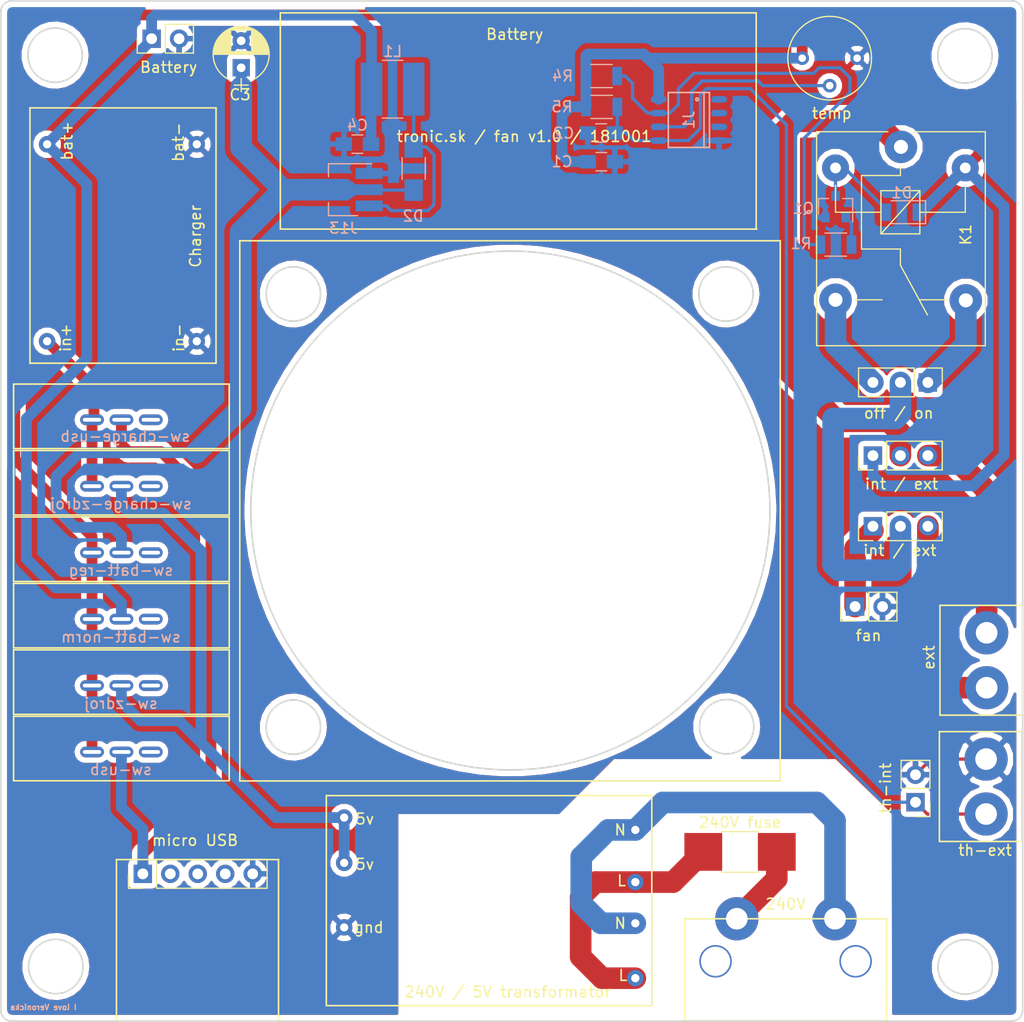
<source format=kicad_pcb>
(kicad_pcb (version 20171130) (host pcbnew "(6.0.0-rc1-dev-637-g704615721)")
  (layers (0 F.Cu signal) (31 B.Cu signal) (34 B.Paste user) (35 F.Paste user) (36 B.SilkS user) (37 F.SilkS user) (38 B.Mask user) (39 F.Mask user) (44 Edge.Cuts user))
  (net 0 "")
  (net 1 gnd)
  (net 2 in2+)
  (net 3 5v)
  (net 4 "Net-(D1-Pad2)")
  (net 5 out)
  (net 6 in2-)
  (net 7 fan-in)
  (net 8 "Net-(J2-Pad2)")
  (net 9 "Net-(F1-Pad2)")
  (net 10 "Net-(F1-Pad1)")
  (net 11 "Net-(J2-Pad3)")
  (net 12 5vbatt-charge)
  (net 13 5vbatt)
  (net 14 input)
  (net 15 "Net-(J7-Pad2)")
  (net 16 output)
  (net 17 "Net-(J5-Pad1)")
  (net 18 "Net-(Q1-Pad1)")
  (net 19 "Net-(J11-Pad3)")
  (net 20 "Net-(J11-Pad1)")
  (net 21 relay-out)
  (net 22 5vbatt-regulated)
  (net 23 "Net-(D2-Pad2)")
  (module psw-library:psw-vypinac-maly-trojity (layer F.Cu) (at 69.6722 74.1934)
    (fp_text reference sw-charge-usb (at 0.3556 1.524) (layer B.SilkS) (effects (justify mirror)))
    (fp_text value sw-charge-usb)
    (pad 1 thru_hole oval (at -2.7178 0 90) (size 1 2.2) (drill oval 0.35 1.7) (layers *.Cu *.Mask) (net 12 5vbatt-charge))
    (pad 2 thru_hole oval (at 0 0 90) (size 1 2.2) (drill oval 0.35 1.7) (layers *.Cu *.Mask) (net 17 "Net-(J5-Pad1)"))
    (pad 3 thru_hole oval (at 2.7178 0 90) (size 1 2.2) (drill oval 0.35 1.7) (layers *.Cu *.Mask))
  )
  (module Capacitors_SMD:C_0805_HandSoldering (layer B.Cu) (at 114.0514 50.3174)
    (fp_text reference C1 (at -3.6376 0) (layer B.SilkS) (effects (justify mirror)))
    (fp_text value C)
    (pad 1 smd rect (at -1.25 0) (size 1.5 1.25) (layers B.Cu B.Paste B.Mask) (net 3 5v))
    (pad 2 smd rect (at 1.25 0) (size 1.5 1.25) (layers B.Cu B.Paste B.Mask) (net 1 gnd))
  )
  (module Capacitors_SMD:C_0805_HandSoldering (layer B.Cu) (at 114.0406 47.6631 180)
    (fp_text reference C2 (at 3.4744 -0.0127 180) (layer B.SilkS) (effects (justify mirror)))
    (fp_text value C)
    (pad 2 smd rect (at 1.25 0 180) (size 1.5 1.25) (layers B.Cu B.Paste B.Mask) (net 1 gnd))
    (pad 1 smd rect (at -1.25 0 180) (size 1.5 1.25) (layers B.Cu B.Paste B.Mask) (net 2 in2+))
  )
  (module Resistors_SMD:R_1206 (layer B.Cu) (at 114.0736 42.3926)
    (fp_text reference R4 (at -3.609 0) (layer B.SilkS) (effects (justify mirror)))
    (fp_text value R)
    (pad 1 smd rect (at -1.45 0) (size 0.9 1.7) (layers B.Cu B.Paste B.Mask) (net 3 5v))
    (pad 2 smd rect (at 1.45 0) (size 0.9 1.7) (layers B.Cu B.Paste B.Mask) (net 5 out))
  )
  (module Resistors_SMD:R_1206 (layer B.Cu) (at 114.0841 45.2501)
    (fp_text reference R5 (at -3.6703 -0.0127) (layer B.SilkS) (effects (justify mirror)))
    (fp_text value R)
    (pad 2 smd rect (at 1.45 0) (size 0.9 1.7) (layers B.Cu B.Paste B.Mask) (net 2 in2+))
    (pad 1 smd rect (at -1.45 0) (size 0.9 1.7) (layers B.Cu B.Paste B.Mask) (net 3 5v))
  )
  (module Pin_Headers:Pin_Header_Straight_1x03_Pitch2.54mm (layer F.Cu) (at 139.1666 77.5081 90)
    (fp_text reference "int / ext" (at -2.6289 2.6416 180) (layer F.SilkS))
    (fp_text value int-ext-in)
    (pad 3 thru_hole oval (at 0 5.08 90) (size 1.7 1.7) (drill 1) (layers *.Cu *.Mask) (net 14 input))
    (pad 2 thru_hole oval (at 0 2.54 90) (size 1.7 1.7) (drill 1) (layers *.Cu *.Mask) (net 15 "Net-(J7-Pad2)"))
    (pad 1 thru_hole rect (at 0 0 90) (size 1.7 1.7) (drill 1) (layers *.Cu *.Mask) (net 3 5v))
  )
  (module Resistors_SMD:R_1206 (layer B.Cu) (at 135.7354 57.9882)
    (fp_text reference R1 (at -3.2236 -0.1016) (layer B.SilkS) (effects (justify mirror)))
    (fp_text value R)
    (pad 2 smd rect (at 1.45 0) (size 0.9 1.7) (layers B.Cu B.Paste B.Mask) (net 18 "Net-(Q1-Pad1)"))
    (pad 1 smd rect (at -1.45 0) (size 0.9 1.7) (layers B.Cu B.Paste B.Mask) (net 5 out))
  )
  (module Diodes_SMD:D_1206 (layer B.Cu) (at 141.835 54.991 180)
    (fp_text reference D1 (at 0 1.8 180) (layer B.SilkS) (effects (justify mirror)))
    (fp_text value D)
    (pad 2 smd rect (at 1.5 0 180) (size 1 1.6) (layers B.Cu B.Paste B.Mask) (net 4 "Net-(D1-Pad2)"))
    (pad 1 smd rect (at -1.5 0 180) (size 1 1.6) (layers B.Cu B.Paste B.Mask) (net 3 5v))
  )
  (module psw-library:240v-c8 (layer F.Cu) (at 131.0894 126.2634 180)
    (fp_text reference 240V (at 0 7.2644 180) (layer F.SilkS))
    (fp_text value 240V)
    (pad "" thru_hole circle (at 6.477 1.9685 180) (size 3 3) (drill 2.7) (layers *.Cu *.Mask))
    (pad "" thru_hole circle (at -6.477 1.9685 180) (size 3 3) (drill 2.7) (layers *.Cu *.Mask))
    (pad 1 thru_hole circle (at -4.572 5.9055 180) (size 4 4) (drill 2) (layers *.Cu *.Mask) (net 8 "Net-(J2-Pad2)"))
    (pad 2 thru_hole circle (at 4.5085 5.9055 180) (size 4 4) (drill 2) (layers *.Cu *.Mask) (net 9 "Net-(F1-Pad2)"))
  )
  (module Resistors_SMD:R_1812_HandSoldering (layer F.Cu) (at 126.8766 114.173)
    (fp_text reference "240V fuse" (at 0 -2.72) (layer F.SilkS))
    (fp_text value Fuse)
    (pad 2 smd rect (at 3.4 0) (size 3.5 3.5) (layers F.Cu F.Paste F.Mask) (net 9 "Net-(F1-Pad2)"))
    (pad 1 smd rect (at -3.4 0) (size 3.5 3.5) (layers F.Cu F.Paste F.Mask) (net 10 "Net-(F1-Pad1)"))
  )
  (module Power_Integrations:SO-8 (layer B.Cu) (at 122.1486 46.4566 270)
    (fp_text reference J1 (at 0 0 270) (layer B.SilkS) (effects (justify mirror)))
    (fp_text value lm393)
    (pad 8 smd oval (at -1.905 2.794 270) (size 0.6096 1.4732) (layers B.Cu B.Paste B.Mask) (net 3 5v))
    (pad 7 smd oval (at -0.635 2.794 270) (size 0.6096 1.4732) (layers B.Cu B.Paste B.Mask) (net 5 out))
    (pad 6 smd oval (at 0.635 2.794 270) (size 0.6096 1.4732) (layers B.Cu B.Paste B.Mask) (net 6 in2-))
    (pad 5 smd oval (at 1.905 2.794 270) (size 0.6096 1.4732) (layers B.Cu B.Paste B.Mask) (net 2 in2+))
    (pad 4 smd oval (at 1.905 -2.794 270) (size 0.6096 1.4732) (layers B.Cu B.Paste B.Mask) (net 1 gnd))
    (pad 3 smd oval (at 0.635 -2.794 270) (size 0.6096 1.4732) (layers B.Cu B.Paste B.Mask))
    (pad 2 smd oval (at -0.635 -2.794 270) (size 0.6096 1.4732) (layers B.Cu B.Paste B.Mask))
    (pad 1 smd oval (at -1.905 -2.794 270) (size 0.6096 1.4732) (layers B.Cu B.Paste B.Mask))
  )
  (module psw-library:5v-zdroj-dual (layer F.Cu) (at 109.9566 125.095 180)
    (fp_text reference "240V / 5V transformator" (at 4.572 -2.032 180) (layer F.SilkS))
    (fp_text value Zdroj)
    (fp_text user 5v (at 17.78 9.779 180) (layer F.SilkS))
    (fp_text user N (at -5.842 12.954 180) (layer F.SilkS))
    (fp_text user L (at -5.969 8.255 180) (layer F.SilkS))
    (fp_text user gnd (at 17.399 3.937 180) (layer F.SilkS))
    (fp_text user 5v (at 17.78 13.97 180) (layer F.SilkS))
    (fp_text user N (at -5.842 4.318 180) (layer F.SilkS))
    (fp_text user L (at -6.096 -0.508 180) (layer F.SilkS))
    (pad 3 thru_hole circle (at 19.685 9.906 180) (size 1.524 1.524) (drill 0.762) (layers *.Cu *.Mask) (net 11 "Net-(J2-Pad3)"))
    (pad 2 thru_hole circle (at -7.239 12.954 180) (size 1.524 1.524) (drill 0.762) (layers *.Cu *.Mask) (net 8 "Net-(J2-Pad2)"))
    (pad 1 thru_hole circle (at -7.239 8.128 180) (size 1.524 1.524) (drill 0.762) (layers *.Cu *.Mask) (net 10 "Net-(F1-Pad1)"))
    (pad 1 thru_hole circle (at -7.239 -0.762 180) (size 1.524 1.524) (drill 0.762) (layers *.Cu *.Mask) (net 10 "Net-(F1-Pad1)"))
    (pad 2 thru_hole circle (at -7.239 4.318 180) (size 1.524 1.524) (drill 0.762) (layers *.Cu *.Mask) (net 8 "Net-(J2-Pad2)"))
    (pad 3 thru_hole circle (at 19.685 14.097 180) (size 1.524 1.524) (drill 0.762) (layers *.Cu *.Mask) (net 11 "Net-(J2-Pad3)"))
    (pad 4 thru_hole circle (at 19.685 3.937 180) (size 1.524 1.524) (drill 0.762) (layers *.Cu *.Mask) (net 1 gnd))
  )
  (module Relays_THT:Relay_SPDT_SANYOU_SRD_Series_Form_C (layer F.Cu) (at 141.7574 48.9458 270)
    (fp_text reference K1 (at 8.128 -5.9944 270) (layer F.SilkS))
    (fp_text value G5LE-1)
    (pad 1 thru_hole circle (at 0 0) (size 3 3) (drill 1.3) (layers *.Cu *.Mask) (net 15 "Net-(J7-Pad2)"))
    (pad 5 thru_hole circle (at 1.95 -5.95) (size 2.5 2.5) (drill 1) (layers *.Cu *.Mask) (net 3 5v))
    (pad 4 thru_hole circle (at 14.2 -6) (size 3 3) (drill 1.3) (layers *.Cu *.Mask) (net 20 "Net-(J11-Pad1)"))
    (pad 3 thru_hole circle (at 14.15 6.05) (size 3 3) (drill 1.3) (layers *.Cu *.Mask) (net 19 "Net-(J11-Pad3)"))
    (pad 2 thru_hole circle (at 1.95 6.05) (size 2.5 2.5) (drill 1) (layers *.Cu *.Mask) (net 4 "Net-(D1-Pad2)"))
  )
  (module TO_SOT_Packages_SMD:SOT-23 (layer B.Cu) (at 135.7122 54.483 90)
    (fp_text reference Q1 (at -0.1524 -2.9972 180) (layer B.SilkS) (effects (justify mirror)))
    (fp_text value PN2222A)
    (pad 3 smd rect (at 1 0 90) (size 0.9 0.8) (layers B.Cu B.Paste B.Mask) (net 4 "Net-(D1-Pad2)"))
    (pad 2 smd rect (at -1 -0.95 90) (size 0.9 0.8) (layers B.Cu B.Paste B.Mask) (net 1 gnd))
    (pad 1 smd rect (at -1 0.95 90) (size 0.9 0.8) (layers B.Cu B.Paste B.Mask) (net 18 "Net-(Q1-Pad1)"))
  )
  (module Pin_Headers:Pin_Header_Straight_1x05_Pitch2.54mm (layer F.Cu) (at 71.6534 116.205 90)
    (fp_text reference "micro USB" (at 3.0988 4.826 180) (layer F.SilkS))
    (fp_text value micro-usb)
    (pad 5 thru_hole oval (at 0 10.16 90) (size 1.7 1.7) (drill 1) (layers *.Cu *.Mask) (net 1 gnd))
    (pad 4 thru_hole oval (at 0 7.62 90) (size 1.7 1.7) (drill 1) (layers *.Cu *.Mask))
    (pad 3 thru_hole oval (at 0 5.08 90) (size 1.7 1.7) (drill 1) (layers *.Cu *.Mask))
    (pad 2 thru_hole oval (at 0 2.54 90) (size 1.7 1.7) (drill 1) (layers *.Cu *.Mask))
    (pad 1 thru_hole rect (at 0 0 90) (size 1.7 1.7) (drill 1) (layers *.Cu *.Mask) (net 17 "Net-(J5-Pad1)"))
  )
  (module Pin_Headers:Pin_Header_Straight_1x02_Pitch2.54mm (layer F.Cu) (at 143.1036 109.5756 180)
    (fp_text reference th-int (at 2.7686 1.2954 270) (layer F.SilkS))
    (fp_text value Therm)
    (pad 2 thru_hole oval (at 0 2.54 180) (size 1.7 1.7) (drill 1) (layers *.Cu *.Mask) (net 1 gnd))
    (pad 1 thru_hole rect (at 0 0 180) (size 1.7 1.7) (drill 1) (layers *.Cu *.Mask) (net 2 in2+))
  )
  (module psw-library:psw-lipo-nabijacka (layer F.Cu) (at 69.977 57.277 90)
    (fp_text reference Charger (at 0.0635 6.5405 90) (layer F.SilkS))
    (fp_text value charger)
    (fp_text user in+ (at -9.3345 -5.461 90) (layer F.SilkS))
    (fp_text user in- (at -9.3345 5.0165 90) (layer F.SilkS))
    (fp_text user bat+ (at 8.89 -5.334 90) (layer F.SilkS))
    (fp_text user bat- (at 8.763 4.953 90) (layer F.SilkS))
    (pad 1 thru_hole circle (at -9.652 -7.1755 90) (size 1.524 1.524) (drill 0.762) (layers *.Cu *.Mask) (net 12 5vbatt-charge))
    (pad 2 thru_hole circle (at -9.652 6.6675 90) (size 1.524 1.524) (drill 0.762) (layers *.Cu *.Mask) (net 1 gnd))
    (pad 3 thru_hole circle (at 8.5725 -7.1755 90) (size 1.524 1.524) (drill 0.762) (layers *.Cu *.Mask) (net 13 5vbatt))
    (pad 4 thru_hole circle (at 8.5725 6.6675 90) (size 1.524 1.524) (drill 0.762) (layers *.Cu *.Mask) (net 1 gnd))
  )
  (module Pin_Headers:Pin_Header_Straight_1x02_Pitch2.54mm (layer F.Cu) (at 72.4662 38.9382 90)
    (fp_text reference Battery (at -2.6416 1.5748 180) (layer F.SilkS))
    (fp_text value batt)
    (pad 2 thru_hole oval (at 0 2.54 90) (size 1.7 1.7) (drill 1) (layers *.Cu *.Mask) (net 1 gnd))
    (pad 1 thru_hole rect (at 0 0 90) (size 1.7 1.7) (drill 1) (layers *.Cu *.Mask) (net 13 5vbatt))
  )
  (module psw-library:psw-konektor-zeleny (layer F.Cu) (at 151.7142 91.3638 90)
    (fp_text reference ext (at -4.826 -7.366 90) (layer F.SilkS))
    (fp_text value bypass)
    (pad 1 thru_hole circle (at -2.54 -2.032 90) (size 4 4) (drill 2) (layers *.Cu *.Mask) (net 14 input))
    (pad 2 thru_hole circle (at -7.62 -2.032 90) (size 4 4) (drill 2) (layers *.Cu *.Mask) (net 16 output))
  )
  (module Pin_Headers:Pin_Header_Straight_1x02_Pitch2.54mm (layer F.Cu) (at 137.5156 91.4781 90)
    (fp_text reference fan (at -2.6797 1.2446 180) (layer F.SilkS))
    (fp_text value fan)
    (pad 2 thru_hole oval (at 0 2.54 90) (size 1.7 1.7) (drill 1) (layers *.Cu *.Mask) (net 1 gnd))
    (pad 1 thru_hole rect (at 0 0 90) (size 1.7 1.7) (drill 1) (layers *.Cu *.Mask) (net 7 fan-in))
  )
  (module psw-library:psw-konektor-zeleny (layer F.Cu) (at 151.6634 103.0478 90)
    (fp_text reference th-ext (at -10.9728 -2.1336 180) (layer F.SilkS))
    (fp_text value therm)
    (pad 1 thru_hole circle (at -2.54 -2.032 90) (size 4 4) (drill 2) (layers *.Cu *.Mask) (net 1 gnd))
    (pad 2 thru_hole circle (at -7.62 -2.032 90) (size 4 4) (drill 2) (layers *.Cu *.Mask) (net 2 in2+))
  )
  (module Pin_Headers:Pin_Header_Straight_1x03_Pitch2.54mm (layer F.Cu) (at 144.2466 70.739 270)
    (fp_text reference "off / on" (at 2.8448 2.6924) (layer F.SilkS))
    (fp_text value on-off)
    (pad 3 thru_hole oval (at 0 5.08 270) (size 1.7 1.7) (drill 1) (layers *.Cu *.Mask) (net 19 "Net-(J11-Pad3)"))
    (pad 2 thru_hole oval (at 0 2.54 270) (size 1.7 1.7) (drill 1) (layers *.Cu *.Mask) (net 21 relay-out))
    (pad 1 thru_hole rect (at 0 0 270) (size 1.7 1.7) (drill 1) (layers *.Cu *.Mask) (net 20 "Net-(J11-Pad1)"))
  )
  (module Pin_Headers:Pin_Header_Straight_1x03_Pitch2.54mm (layer F.Cu) (at 139.1666 84.0486 90)
    (fp_text reference "int / ext" (at -2.2352 2.4892 180) (layer F.SilkS))
    (fp_text value int-ext-out)
    (pad 3 thru_hole oval (at 0 5.08 90) (size 1.7 1.7) (drill 1) (layers *.Cu *.Mask) (net 16 output))
    (pad 2 thru_hole oval (at 0 2.54 90) (size 1.7 1.7) (drill 1) (layers *.Cu *.Mask) (net 21 relay-out))
    (pad 1 thru_hole rect (at 0 0 90) (size 1.7 1.7) (drill 1) (layers *.Cu *.Mask) (net 7 fan-in))
  )
  (module Potentiometers:Potentiometer_Trimmer_Bourns_3339P_Horizontal (layer F.Cu) (at 137.7061 40.7416 90)
    (fp_text reference temp (at -5.1054 -2.3495 180) (layer F.SilkS))
    (fp_text value R_POT)
    (pad 1 thru_hole circle (at 0 0 90) (size 1.26 1.26) (drill 0.7) (layers *.Cu *.Mask) (net 1 gnd))
    (pad 2 thru_hole circle (at -2.54 -2.54 90) (size 1.26 1.26) (drill 0.7) (layers *.Cu *.Mask) (net 6 in2-))
    (pad 3 thru_hole circle (at 0 -5.08 90) (size 1.26 1.26) (drill 0.7) (layers *.Cu *.Mask) (net 3 5v))
  )
  (module psw-library:psw-vypinac-maly-trojity (layer F.Cu) (at 69.6722 80.3402)
    (fp_text reference sw-charge-zdroj (at -0.0508 1.6256) (layer B.SilkS) (effects (justify mirror)))
    (fp_text value sw-charge-zdroj)
    (pad 1 thru_hole oval (at -2.7178 0 90) (size 1 2.2) (drill oval 0.35 1.7) (layers *.Cu *.Mask) (net 12 5vbatt-charge))
    (pad 2 thru_hole oval (at 0 0 90) (size 1 2.2) (drill oval 0.35 1.7) (layers *.Cu *.Mask) (net 11 "Net-(J2-Pad3)"))
    (pad 3 thru_hole oval (at 2.7178 0 90) (size 1 2.2) (drill oval 0.35 1.7) (layers *.Cu *.Mask))
  )
  (module psw-library:psw-vypinac-maly-trojity (layer F.Cu) (at 69.6722 86.487)
    (fp_text reference sw-batt-reg (at -0.0508 1.6256) (layer B.SilkS) (effects (justify mirror)))
    (fp_text value sw-batt-reg)
    (pad 1 thru_hole oval (at -2.7178 0 90) (size 1 2.2) (drill oval 0.35 1.7) (layers *.Cu *.Mask) (net 3 5v))
    (pad 2 thru_hole oval (at 0 0 90) (size 1 2.2) (drill oval 0.35 1.7) (layers *.Cu *.Mask) (net 22 5vbatt-regulated))
    (pad 3 thru_hole oval (at 2.7178 0 90) (size 1 2.2) (drill oval 0.35 1.7) (layers *.Cu *.Mask))
  )
  (module psw-library:psw-vypinac-maly-trojity (layer F.Cu) (at 69.6722 92.6338)
    (fp_text reference sw-batt-norm (at -0.0508 1.651) (layer B.SilkS) (effects (justify mirror)))
    (fp_text value sw-batt-norm)
    (pad 1 thru_hole oval (at -2.7178 0 90) (size 1 2.2) (drill oval 0.35 1.7) (layers *.Cu *.Mask) (net 3 5v))
    (pad 2 thru_hole oval (at 0 0 90) (size 1 2.2) (drill oval 0.35 1.7) (layers *.Cu *.Mask) (net 13 5vbatt))
    (pad 3 thru_hole oval (at 2.7178 0 90) (size 1 2.2) (drill oval 0.35 1.7) (layers *.Cu *.Mask))
  )
  (module psw-library:psw-vypinac-maly-trojity (layer F.Cu) (at 69.6722 98.7806)
    (fp_text reference sw-zdroj (at -0.0508 1.651) (layer B.SilkS) (effects (justify mirror)))
    (fp_text value sw-zdroj)
    (pad 1 thru_hole oval (at -2.7178 0 90) (size 1 2.2) (drill oval 0.35 1.7) (layers *.Cu *.Mask) (net 3 5v))
    (pad 2 thru_hole oval (at 0 0 90) (size 1 2.2) (drill oval 0.35 1.7) (layers *.Cu *.Mask) (net 11 "Net-(J2-Pad3)"))
    (pad 3 thru_hole oval (at 2.7178 0 90) (size 1 2.2) (drill oval 0.35 1.7) (layers *.Cu *.Mask))
  )
  (module psw-library:psw-vypinac-maly-trojity (layer F.Cu) (at 69.6722 104.9274)
    (fp_text reference sw-usb (at -0.0508 1.6256) (layer B.SilkS) (effects (justify mirror)))
    (fp_text value sw-usb)
    (pad 1 thru_hole oval (at -2.7178 0 90) (size 1 2.2) (drill oval 0.35 1.7) (layers *.Cu *.Mask) (net 3 5v))
    (pad 2 thru_hole oval (at 0 0 90) (size 1 2.2) (drill oval 0.35 1.7) (layers *.Cu *.Mask) (net 17 "Net-(J5-Pad1)"))
    (pad 3 thru_hole oval (at 2.7178 0 90) (size 1 2.2) (drill oval 0.35 1.7) (layers *.Cu *.Mask))
  )
  (module Capacitors_THT:CP_Radial_D5.0mm_P2.50mm (layer F.Cu) (at 80.7466 41.6306 90)
    (fp_text reference C3 (at -2.4892 -0.1016 180) (layer F.SilkS))
    (fp_text value CP1)
    (pad 2 thru_hole circle (at 2.5 0 90) (size 1.6 1.6) (drill 0.8) (layers *.Cu *.Mask) (net 1 gnd))
    (pad 1 thru_hole rect (at 0 0 90) (size 1.6 1.6) (drill 0.8) (layers *.Cu *.Mask) (net 22 5vbatt-regulated))
  )
  (module Capacitors_SMD:C_0805_HandSoldering (layer B.Cu) (at 91.4962 48.6918 180)
    (fp_text reference C4 (at 0 1.75 180) (layer B.SilkS) (effects (justify mirror)))
    (fp_text value C)
    (pad 2 smd rect (at 1.25 0 180) (size 1.5 1.25) (layers B.Cu B.Paste B.Mask) (net 1 gnd))
    (pad 1 smd rect (at -1.25 0 180) (size 1.5 1.25) (layers B.Cu B.Paste B.Mask) (net 13 5vbatt))
  )
  (module Resistors_SMD:R_1206_HandSoldering (layer B.Cu) (at 96.6978 50.9458 90)
    (fp_text reference D2 (at -4.4008 -0.0508 180) (layer B.SilkS) (effects (justify mirror)))
    (fp_text value D_Zener)
    (pad 2 smd rect (at 2 0 90) (size 2 1.7) (layers B.Cu B.Paste B.Mask) (net 23 "Net-(D2-Pad2)"))
    (pad 1 smd rect (at -2 0 90) (size 2 1.7) (layers B.Cu B.Paste B.Mask) (net 22 5vbatt-regulated))
  )
  (module TO_SOT_Packages_SMD:SOT-89-3_Handsoldering (layer B.Cu) (at 90.6006 52.9082 180)
    (fp_text reference J13 (at 0.4052 -3.556 180) (layer B.SilkS) (effects (justify mirror)))
    (fp_text value e50p)
    (pad 2 smd trapezoid (at -0.37 0 90) (size 1.5 0.75) (rect_delta 0 -0.5) (layers B.Cu B.Paste B.Mask) (net 22 5vbatt-regulated))
    (pad 2 smd rect (at 1.98 0 270) (size 2 4) (layers B.Cu B.Paste B.Mask) (net 22 5vbatt-regulated))
    (pad 3 smd rect (at -1.98 -1.5 270) (size 1 2.5) (layers B.Cu B.Paste B.Mask) (net 23 "Net-(D2-Pad2)"))
    (pad 2 smd rect (at -1.98 0 270) (size 1 2.5) (layers B.Cu B.Paste B.Mask) (net 22 5vbatt-regulated))
    (pad 1 smd rect (at -1.98 1.5 270) (size 1 2.5) (layers B.Cu B.Paste B.Mask) (net 1 gnd))
  )
  (module Resistors_SMD:R_1218_HandSoldering (layer B.Cu) (at 94.7478 43.6118 180)
    (fp_text reference L1 (at 0 3.5 180) (layer B.SilkS) (effects (justify mirror)))
    (fp_text value INDUCTOR)
    (pad 2 smd rect (at 1.95 0 180) (size 2 4.9) (layers B.Cu B.Paste B.Mask) (net 13 5vbatt))
    (pad 1 smd rect (at -1.95 0 180) (size 2 4.9) (layers B.Cu B.Paste B.Mask) (net 23 "Net-(D2-Pad2)"))
  )
  (gr_text "I love Veronicka" (at 62.4586 128.5494) (layer B.SilkS) (effects (font (size 0.5 0.5) (thickness 0.125)) (justify mirror)))
  (gr_text "tronic.sk / fan v1.0 / 181001" (at 106.9086 47.9806) (layer F.SilkS) (effects (font (size 1 1))))
  (gr_text Battery (at 106.045 38.5318) (layer F.SilkS) (effects (font (size 1 1))))
  (gr_line (start 84.201 129.8702) (end 69.215 129.8702) (layer F.SilkS) (width 0.15))
  (gr_line (start 84.201 114.8842) (end 84.201 129.8702) (layer F.SilkS) (width 0.15))
  (gr_line (start 69.215 114.8842) (end 84.201 114.8842) (layer F.SilkS) (width 0.15))
  (gr_line (start 69.215 129.8702) (end 69.215 114.8842) (layer F.SilkS) (width 0.15))
  (gr_line (start 58.5216 36.4871) (end 58.5216 128.7526) (layer Edge.Cuts) (width 0.15))
  (gr_line (start 153.0096 36.4871) (end 153.0096 128.8796) (layer Edge.Cuts) (width 0.15))
  (gr_line (start 128.3716 36.5506) (end 128.3716 56.5531) (layer F.SilkS) (width 0.15))
  (gr_line (start 84.3661 36.5506) (end 128.3716 36.5506) (layer F.SilkS) (width 0.15))
  (gr_line (start 84.3661 56.5531) (end 128.4351 56.5531) (layer F.SilkS) (width 0.15))
  (gr_line (start 84.3661 56.5531) (end 84.3661 36.5506) (layer F.SilkS) (width 0.15))
  (gr_circle (center 147.701128 124.8156) (end 150.2156 124.8156) (layer Edge.Cuts) (width 0.15))
  (gr_circle (center 63.6016 124.777628) (end 66.116072 124.777628) (layer Edge.Cuts) (width 0.15))
  (gr_circle (center 63.5381 40.462072) (end 66.052572 40.462072) (layer Edge.Cuts) (width 0.15))
  (gr_circle (center 147.6756 40.525572) (end 150.190072 40.525572) (layer Edge.Cuts) (width 0.15))
  (gr_circle (center 85.5726 102.628572) (end 88.087072 102.628572) (layer Edge.Cuts) (width 0.15))
  (gr_circle (center 85.5726 62.560072) (end 88.087072 62.560072) (layer Edge.Cuts) (width 0.15))
  (gr_circle (center 125.5776 62.560072) (end 128.092072 62.560072) (layer Edge.Cuts) (width 0.15))
  (gr_circle (center 125.6411 102.5906) (end 128.155572 102.5906) (layer Edge.Cuts) (width 0.15))
  (gr_circle (center 105.6386 82.5881) (end 129.6416 82.5881) (layer Edge.Cuts) (width 0.15))
  (gr_line (start 130.5941 57.6326) (end 130.5941 107.6071) (layer F.SilkS) (width 0.15))
  (gr_line (start 80.6196 57.6326) (end 130.5941 57.6326) (layer F.SilkS) (width 0.15))
  (gr_line (start 80.6196 107.6071) (end 80.6196 57.6326) (layer F.SilkS) (width 0.15))
  (gr_line (start 130.5941 107.6071) (end 80.6196 107.6071) (layer F.SilkS) (width 0.15))
  (gr_line (start 59.5376 35.433) (end 151.9936 35.433) (angle 90) (layer Edge.Cuts) (width 0.15))
  (gr_arc (start 151.9936 36.449) (end 151.9936 35.433) (angle 90) (layer Edge.Cuts) (width 0.15))
  (gr_arc (start 59.5376 36.449) (end 58.5216 36.449) (angle 90) (layer Edge.Cuts) (width 0.15))
  (gr_line (start 92.837 35.433) (end 116.967 35.433) (angle 90) (layer Edge.Cuts) (width 0.15))
  (gr_line (start 151.9936 129.8321) (end 59.5376 129.8321) (angle 90) (layer Edge.Cuts) (width 0.15))
  (gr_arc (start 151.9936 128.8161) (end 153.0096 128.8161) (angle 90) (layer Edge.Cuts) (width 0.15))
  (gr_arc (start 59.5376 128.8161) (end 59.5376 129.8321) (angle 90) (layer Edge.Cuts) (width 0.15))
  (segment (start 144.5514 105.5878) (end 143.1036 107.0356) (width 0.3) (layer F.Cu) (net 1))
  (segment (start 149.6314 105.5878) (end 144.5514 105.5878) (width 0.3) (layer F.Cu) (net 1))
  (segment (start 116.3514 50.3174) (end 116.4022 50.3682) (width 0.3) (layer B.Cu) (net 1))
  (segment (start 115.3014 50.3174) (end 116.3514 50.3174) (width 0.3) (layer B.Cu) (net 1))
  (segment (start 123.906 48.3616) (end 124.9426 48.3616) (width 0.3) (layer B.Cu) (net 1))
  (segment (start 121.8994 50.3682) (end 123.906 48.3616) (width 0.3) (layer B.Cu) (net 1))
  (segment (start 116.4022 50.3682) (end 121.8994 50.3682) (width 0.3) (layer B.Cu) (net 1))
  (segment (start 144.1958 110.6678) (end 143.1036 109.5756) (width 0.3) (layer F.Cu) (net 2))
  (segment (start 149.6314 110.6678) (end 144.1958 110.6678) (width 0.3) (layer F.Cu) (net 2))
  (segment (start 117.0391 48.3616) (end 119.3546 48.3616) (width 0.3) (layer B.Cu) (net 2))
  (segment (start 115.2906 47.6631) (end 116.3406 47.6631) (width 0.3) (layer B.Cu) (net 2))
  (segment (start 116.3406 47.6631) (end 117.0391 48.3616) (width 0.3) (layer B.Cu) (net 2))
  (segment (start 115.5341 47.4196) (end 115.2906 47.6631) (width 0.3) (layer B.Cu) (net 2))
  (segment (start 115.5341 45.2501) (end 115.5341 47.4196) (width 0.3) (layer B.Cu) (net 2))
  (segment (start 143.1036 109.5756) (end 140.0556 109.5756) (width 0.3) (layer B.Cu) (net 2))
  (segment (start 140.0556 109.5756) (end 131.1656 100.6856) (width 0.3) (layer B.Cu) (net 2))
  (segment (start 131.1656 100.6856) (end 131.1656 46.9011) (width 0.3) (layer B.Cu) (net 2))
  (segment (start 127.8255 43.561) (end 123.7742 43.561) (width 0.3) (layer B.Cu) (net 2))
  (segment (start 131.1656 46.9011) (end 127.8255 43.561) (width 0.3) (layer B.Cu) (net 2))
  (segment (start 123.7742 43.561) (end 123.2154 44.1198) (width 0.3) (layer B.Cu) (net 2))
  (segment (start 123.2154 44.1198) (end 123.2154 47.2186) (width 0.3) (layer B.Cu) (net 2))
  (segment (start 122.0724 48.3616) (end 119.3546 48.3616) (width 0.3) (layer B.Cu) (net 2))
  (segment (start 123.2154 47.2186) (end 122.0724 48.3616) (width 0.3) (layer B.Cu) (net 2))
  (segment (start 112.7906 50.1796) (end 112.8141 50.2031) (width 0.3) (layer B.Cu) (net 3))
  (segment (start 143.6122 54.991) (end 147.7074 50.8958) (width 1) (layer B.Cu) (net 3))
  (segment (start 143.335 54.991) (end 143.6122 54.991) (width 1) (layer B.Cu) (net 3))
  (segment (start 139.1666 79.3581) (end 139.1666 77.5081) (width 1) (layer B.Cu) (net 3))
  (segment (start 140.1106 80.3021) (end 139.1666 79.3581) (width 1) (layer B.Cu) (net 3))
  (segment (start 148.4376 80.3021) (end 140.1106 80.3021) (width 1) (layer B.Cu) (net 3))
  (segment (start 151.2951 77.4446) (end 148.4376 80.3021) (width 1) (layer B.Cu) (net 3))
  (segment (start 151.2951 54.4835) (end 151.2951 77.4446) (width 1) (layer B.Cu) (net 3))
  (segment (start 147.7074 50.8958) (end 151.2951 54.4835) (width 1) (layer B.Cu) (net 3))
  (segment (start 148.957399 49.645801) (end 148.957399 46.571801) (width 1) (layer F.Cu) (net 3))
  (segment (start 151.7396 43.7896) (end 151.7396 36.9316) (width 1) (layer F.Cu) (net 3))
  (segment (start 151.7396 36.9316) (end 151.5491 36.7411) (width 1) (layer F.Cu) (net 3))
  (segment (start 147.7074 50.8958) (end 148.957399 49.645801) (width 1) (layer F.Cu) (net 3))
  (segment (start 148.957399 46.571801) (end 151.7396 43.7896) (width 1) (layer F.Cu) (net 3))
  (segment (start 112.6236 45.2396) (end 112.6341 45.2501) (width 1) (layer B.Cu) (net 3))
  (segment (start 112.6236 42.3926) (end 112.6236 45.2396) (width 1) (layer B.Cu) (net 3))
  (segment (start 112.6236 40.5426) (end 112.8056 40.3606) (width 1) (layer B.Cu) (net 3))
  (segment (start 112.6236 42.3926) (end 112.6236 40.5426) (width 1) (layer B.Cu) (net 3))
  (segment (start 119.3546 41.7576) (end 119.3546 44.5516) (width 1) (layer B.Cu) (net 3))
  (segment (start 117.9576 40.3606) (end 119.3546 41.7576) (width 1) (layer B.Cu) (net 3))
  (segment (start 117.4496 40.3606) (end 117.9576 40.3606) (width 1) (layer B.Cu) (net 3))
  (segment (start 112.8056 40.3606) (end 117.4496 40.3606) (width 1) (layer B.Cu) (net 3))
  (segment (start 132.6261 40.7416) (end 132.6261 36.7411) (width 1) (layer F.Cu) (net 3))
  (segment (start 111.0514 50.3174) (end 112.8014 50.3174) (width 1) (layer B.Cu) (net 3))
  (segment (start 110.4138 49.6798) (end 111.0514 50.3174) (width 1) (layer B.Cu) (net 3))
  (segment (start 110.4138 46.0204) (end 110.4138 49.6798) (width 1) (layer B.Cu) (net 3))
  (segment (start 111.1841 45.2501) (end 110.4138 46.0204) (width 1) (layer B.Cu) (net 3))
  (segment (start 112.6341 45.2501) (end 111.1841 45.2501) (width 1) (layer B.Cu) (net 3))
  (segment (start 66.9544 104.9274) (end 66.9544 98.7806) (width 1) (layer F.Cu) (net 3))
  (segment (start 66.9544 98.7806) (end 66.9544 92.0496) (width 1) (layer F.Cu) (net 3))
  (segment (start 66.9544 92.6338) (end 66.9544 86.487) (width 1) (layer F.Cu) (net 3))
  (segment (start 60.4393 36.7411) (end 133.4262 36.7411) (width 1) (layer F.Cu) (net 3))
  (segment (start 133.4262 36.7411) (end 132.6261 36.7411) (width 1) (layer F.Cu) (net 3))
  (segment (start 151.5491 36.7411) (end 133.4262 36.7411) (width 1) (layer F.Cu) (net 3))
  (segment (start 66.9544 86.487) (end 66.9544 84.987) (width 1) (layer F.Cu) (net 3))
  (segment (start 59.817 77.8496) (end 59.817 37.3634) (width 1) (layer F.Cu) (net 3))
  (segment (start 66.9544 84.987) (end 59.817 77.8496) (width 1) (layer F.Cu) (net 3))
  (segment (start 59.817 37.3634) (end 60.4393 36.7411) (width 1) (layer F.Cu) (net 3))
  (segment (start 118.3386 40.7416) (end 117.9576 40.3606) (width 1) (layer B.Cu) (net 3))
  (segment (start 132.6261 40.7416) (end 118.3386 40.7416) (width 1) (layer B.Cu) (net 3))
  (segment (start 136.5398 50.8958) (end 135.7074 50.8958) (width 0.3) (layer B.Cu) (net 4))
  (segment (start 140.335 54.691) (end 136.5398 50.8958) (width 0.3) (layer B.Cu) (net 4))
  (segment (start 140.335 54.991) (end 140.335 54.691) (width 0.3) (layer B.Cu) (net 4))
  (segment (start 135.7074 53.4782) (end 135.7122 53.483) (width 0.3) (layer B.Cu) (net 4))
  (segment (start 135.7074 50.8958) (end 135.7074 53.4782) (width 0.3) (layer B.Cu) (net 4))
  (segment (start 118.318 45.8216) (end 116.9416 44.4452) (width 0.3) (layer B.Cu) (net 5))
  (segment (start 119.3546 45.8216) (end 118.318 45.8216) (width 0.3) (layer B.Cu) (net 5))
  (segment (start 116.9416 44.4452) (end 116.9416 44.2106) (width 0.3) (layer B.Cu) (net 5))
  (segment (start 116.9416 43.0606) (end 116.9416 44.4452) (width 0.3) (layer B.Cu) (net 5))
  (segment (start 116.2736 42.3926) (end 116.9416 43.0606) (width 0.3) (layer B.Cu) (net 5))
  (segment (start 115.5236 42.3926) (end 116.2736 42.3926) (width 0.3) (layer B.Cu) (net 5))
  (segment (start 122.6058 42.1386) (end 121.1786 43.5658) (width 0.3) (layer B.Cu) (net 5))
  (segment (start 133.6802 42.1386) (end 122.6058 42.1386) (width 0.3) (layer B.Cu) (net 5))
  (segment (start 134.1882 41.6306) (end 133.6802 42.1386) (width 0.3) (layer B.Cu) (net 5))
  (segment (start 136.1186 41.6306) (end 134.1882 41.6306) (width 0.3) (layer B.Cu) (net 5))
  (segment (start 121.1786 43.5658) (end 121.1786 45.0342) (width 0.3) (layer B.Cu) (net 5))
  (segment (start 134.2854 57.9882) (end 133.3754 57.9882) (width 0.3) (layer B.Cu) (net 5))
  (segment (start 121.1786 45.0342) (end 120.3912 45.8216) (width 0.3) (layer B.Cu) (net 5))
  (segment (start 133.3754 57.9882) (end 132.8166 57.4294) (width 0.3) (layer B.Cu) (net 5))
  (segment (start 120.3912 45.8216) (end 119.3546 45.8216) (width 0.3) (layer B.Cu) (net 5))
  (segment (start 132.8166 57.4294) (end 132.8166 48.133) (width 0.3) (layer B.Cu) (net 5))
  (segment (start 132.8166 48.133) (end 137.033 43.9166) (width 0.3) (layer B.Cu) (net 5))
  (segment (start 137.033 43.9166) (end 137.033 42.545) (width 0.3) (layer B.Cu) (net 5))
  (segment (start 137.033 42.545) (end 136.1186 41.6306) (width 0.3) (layer B.Cu) (net 5))
  (segment (start 119.3546 47.0916) (end 121.7168 47.0916) (width 0.3) (layer B.Cu) (net 6))
  (segment (start 121.7168 47.0916) (end 122.4026 46.4058) (width 0.3) (layer B.Cu) (net 6))
  (segment (start 122.4026 46.4058) (end 122.4026 43.815) (width 0.3) (layer B.Cu) (net 6))
  (segment (start 122.4026 43.815) (end 123.3678 42.8498) (width 0.3) (layer B.Cu) (net 6))
  (segment (start 123.3678 42.8498) (end 128.5494 42.8498) (width 0.3) (layer B.Cu) (net 6))
  (segment (start 128.9812 43.2816) (end 130.8862 43.2816) (width 0.3) (layer B.Cu) (net 6))
  (segment (start 128.5494 42.8498) (end 128.9812 43.2816) (width 0.3) (layer B.Cu) (net 6))
  (segment (start 130.8862 43.2816) (end 135.1661 43.2816) (width 0.3) (layer B.Cu) (net 6))
  (segment (start 137.5156 86.080102) (end 139.1666 84.429102) (width 2) (layer F.Cu) (net 7))
  (segment (start 137.5156 91.4781) (end 137.5156 86.080102) (width 2) (layer F.Cu) (net 7))
  (segment (start 117.1956 112.141) (end 114.681 112.141) (width 2) (layer B.Cu) (net 8))
  (segment (start 114.681 112.141) (end 112.1918 114.6302) (width 2) (layer B.Cu) (net 8))
  (segment (start 112.1918 114.6302) (end 112.1918 118.9482) (width 2) (layer B.Cu) (net 8))
  (segment (start 114.0206 120.777) (end 117.1956 120.777) (width 2) (layer B.Cu) (net 8))
  (segment (start 112.1918 118.9482) (end 114.0206 120.777) (width 2) (layer B.Cu) (net 8))
  (segment (start 135.6614 120.3579) (end 134.5565 120.3579) (width 2) (layer B.Cu) (net 8))
  (segment (start 135.6614 111.2774) (end 135.6614 120.3579) (width 2) (layer B.Cu) (net 8))
  (segment (start 133.985 109.601) (end 135.6614 111.2774) (width 2) (layer B.Cu) (net 8))
  (segment (start 117.1956 112.141) (end 119.7356 109.601) (width 2) (layer B.Cu) (net 8))
  (segment (start 119.7356 109.601) (end 133.985 109.601) (width 2) (layer B.Cu) (net 8))
  (segment (start 130.2766 116.6622) (end 126.5809 120.3579) (width 2) (layer F.Cu) (net 9))
  (segment (start 130.2766 114.173) (end 130.2766 116.6622) (width 2) (layer F.Cu) (net 9))
  (segment (start 120.6826 116.967) (end 123.4766 114.173) (width 2) (layer F.Cu) (net 10))
  (segment (start 117.1956 116.967) (end 120.6826 116.967) (width 2) (layer F.Cu) (net 10))
  (segment (start 117.1956 116.967) (end 113.5126 116.967) (width 2) (layer F.Cu) (net 10))
  (segment (start 113.5126 116.967) (end 112.141 118.3386) (width 2) (layer F.Cu) (net 10))
  (segment (start 112.141 118.3386) (end 112.141 123.8758) (width 2) (layer F.Cu) (net 10))
  (segment (start 114.1222 125.857) (end 117.1956 125.857) (width 2) (layer F.Cu) (net 10))
  (segment (start 112.141 123.8758) (end 114.1222 125.857) (width 2) (layer F.Cu) (net 10))
  (segment (start 90.2716 115.189) (end 90.2716 110.998) (width 1) (layer B.Cu) (net 11))
  (segment (start 69.6722 100.2806) (end 71.4234 102.0318) (width 1) (layer B.Cu) (net 11))
  (segment (start 69.6722 98.7806) (end 69.6722 100.2806) (width 1) (layer B.Cu) (net 11))
  (segment (start 71.4234 102.0318) (end 75.0062 102.0318) (width 1) (layer B.Cu) (net 11))
  (segment (start 83.9724 110.998) (end 90.2716 110.998) (width 1) (layer B.Cu) (net 11))
  (segment (start 75.0062 84.3026) (end 73.533 82.8294) (width 1) (layer B.Cu) (net 11))
  (segment (start 73.533 82.8294) (end 70.4342 82.8294) (width 1) (layer B.Cu) (net 11))
  (segment (start 70.4342 82.8294) (end 69.6722 82.0674) (width 1) (layer B.Cu) (net 11))
  (segment (start 77.0382 86.3346) (end 73.533 82.8294) (width 1) (layer B.Cu) (net 11))
  (segment (start 77.0382 104.0638) (end 77.0382 86.3346) (width 1) (layer B.Cu) (net 11))
  (segment (start 77.0382 104.0638) (end 83.9724 110.998) (width 1) (layer B.Cu) (net 11))
  (segment (start 75.0062 102.0318) (end 77.0382 104.0638) (width 1) (layer B.Cu) (net 11))
  (segment (start 69.6722 80.3402) (end 69.6722 82.0674) (width 1) (layer B.Cu) (net 11))
  (segment (start 67.1322 71.2597) (end 62.8015 66.929) (width 1) (layer F.Cu) (net 12))
  (segment (start 67.1322 74.1934) (end 67.1322 71.2597) (width 1) (layer F.Cu) (net 12))
  (segment (start 66.9544 74.1934) (end 66.9544 80.3402) (width 1) (layer F.Cu) (net 12))
  (segment (start 72.4662 39.0398) (end 72.4662 38.9382) (width 1) (layer B.Cu) (net 13))
  (segment (start 62.8015 48.7045) (end 72.4662 39.0398) (width 1) (layer B.Cu) (net 13))
  (segment (start 92.7462 43.6634) (end 92.7978 43.6118) (width 1) (layer B.Cu) (net 13))
  (segment (start 92.7462 48.6918) (end 92.7462 43.6634) (width 1) (layer B.Cu) (net 13))
  (segment (start 72.4662 37.0882) (end 72.8006 36.7538) (width 1) (layer B.Cu) (net 13))
  (segment (start 72.4662 38.9382) (end 72.4662 37.0882) (width 1) (layer B.Cu) (net 13))
  (segment (start 72.8006 36.7538) (end 91.313 36.7538) (width 1) (layer B.Cu) (net 13))
  (segment (start 92.7978 38.2386) (end 92.7978 43.6118) (width 1) (layer B.Cu) (net 13))
  (segment (start 91.313 36.7538) (end 92.7978 38.2386) (width 1) (layer B.Cu) (net 13))
  (segment (start 66.4718 52.3748) (end 62.8015 48.7045) (width 1) (layer B.Cu) (net 13))
  (segment (start 66.4718 68.5038) (end 66.4718 52.3748) (width 1) (layer B.Cu) (net 13))
  (segment (start 69.6722 92.6338) (end 69.6722 91.1338) (width 1) (layer B.Cu) (net 13))
  (segment (start 69.6722 91.1338) (end 68.2766 89.7382) (width 1) (layer B.Cu) (net 13))
  (segment (start 68.2766 89.7382) (end 63.5762 89.7382) (width 1) (layer B.Cu) (net 13))
  (segment (start 63.5762 89.7382) (end 60.8838 87.0458) (width 1) (layer B.Cu) (net 13))
  (segment (start 60.8838 87.0458) (end 60.8838 74.0918) (width 1) (layer B.Cu) (net 13))
  (segment (start 60.8838 74.0918) (end 66.4718 68.5038) (width 1) (layer B.Cu) (net 13))
  (segment (start 149.6822 84.0613) (end 149.6822 80.7212) (width 2) (layer F.Cu) (net 14))
  (segment (start 146.4691 77.5081) (end 144.2466 77.5081) (width 2) (layer F.Cu) (net 14))
  (segment (start 149.6822 80.7212) (end 146.4691 77.5081) (width 2) (layer F.Cu) (net 14))
  (segment (start 149.6822 84.0613) (end 149.6822 93.9038) (width 2) (layer F.Cu) (net 14))
  (segment (start 131.87069 46.57701) (end 139.38861 46.57701) (width 2) (layer F.Cu) (net 15))
  (segment (start 141.7066 75.4126) (end 140.6271 74.3331) (width 2) (layer F.Cu) (net 15))
  (segment (start 139.38861 46.57701) (end 141.7574 48.9458) (width 2) (layer F.Cu) (net 15))
  (segment (start 141.7066 77.5081) (end 141.7066 75.4126) (width 2) (layer F.Cu) (net 15))
  (segment (start 135.9281 74.3331) (end 130.9116 69.3166) (width 2) (layer F.Cu) (net 15))
  (segment (start 130.9116 69.3166) (end 130.9116 47.5361) (width 2) (layer F.Cu) (net 15))
  (segment (start 140.6271 74.3331) (end 135.9281 74.3331) (width 2) (layer F.Cu) (net 15))
  (segment (start 130.9116 47.5361) (end 131.87069 46.57701) (width 2) (layer F.Cu) (net 15))
  (segment (start 144.2466 84.0486) (end 144.2466 97.8916) (width 2) (layer F.Cu) (net 16))
  (segment (start 145.3388 98.9838) (end 149.6822 98.9838) (width 2) (layer F.Cu) (net 16))
  (segment (start 144.2466 97.8916) (end 145.3388 98.9838) (width 2) (layer F.Cu) (net 16))
  (segment (start 71.6534 116.205) (end 71.6534 112.0394) (width 1) (layer B.Cu) (net 17))
  (segment (start 69.6722 110.0582) (end 69.6722 104.9274) (width 1) (layer B.Cu) (net 17))
  (segment (start 71.6534 112.0394) (end 69.6722 110.0582) (width 1) (layer B.Cu) (net 17))
  (segment (start 69.6722 76.4794) (end 69.6722 74.1934) (width 1) (layer F.Cu) (net 17))
  (segment (start 71.6534 116.205) (end 71.6534 114.355) (width 1) (layer F.Cu) (net 17))
  (segment (start 71.6534 114.355) (end 77.9526 108.0558) (width 1) (layer F.Cu) (net 17))
  (segment (start 77.9526 108.0558) (end 77.9526 81.7626) (width 1) (layer F.Cu) (net 17))
  (segment (start 77.9526 81.7626) (end 73.3298 77.1398) (width 1) (layer F.Cu) (net 17))
  (segment (start 73.3298 77.1398) (end 70.3326 77.1398) (width 1) (layer F.Cu) (net 17))
  (segment (start 70.3326 77.1398) (end 69.6722 76.4794) (width 1) (layer F.Cu) (net 17))
  (segment (start 137.1854 56.0062) (end 136.6622 55.483) (width 0.3) (layer B.Cu) (net 18))
  (segment (start 137.1854 57.9882) (end 137.1854 56.0062) (width 0.3) (layer B.Cu) (net 18))
  (segment (start 135.7074 67.2798) (end 139.1666 70.739) (width 2) (layer B.Cu) (net 19))
  (segment (start 135.7074 63.0958) (end 135.7074 67.2798) (width 2) (layer B.Cu) (net 19))
  (segment (start 147.7574 67.2282) (end 144.2466 70.739) (width 2) (layer B.Cu) (net 20))
  (segment (start 147.7574 63.1458) (end 147.7574 67.2282) (width 2) (layer B.Cu) (net 20))
  (segment (start 141.7066 87.6681) (end 141.7066 84.0486) (width 2) (layer B.Cu) (net 21))
  (segment (start 141.2621 88.1126) (end 141.7066 87.6681) (width 2) (layer B.Cu) (net 21))
  (segment (start 141.7066 73.6346) (end 141.2621 74.0791) (width 2) (layer B.Cu) (net 21))
  (segment (start 141.7066 70.739) (end 141.7066 73.6346) (width 2) (layer B.Cu) (net 21))
  (segment (start 141.2621 74.0791) (end 135.4836 74.0791) (width 2) (layer B.Cu) (net 21))
  (segment (start 135.4836 74.0791) (end 135.4836 87.6046) (width 2) (layer B.Cu) (net 21))
  (segment (start 135.4836 87.6046) (end 135.9916 88.1126) (width 2) (layer B.Cu) (net 21))
  (segment (start 135.9916 88.1126) (end 141.2621 88.1126) (width 2) (layer B.Cu) (net 21))
  (segment (start 92.6182 52.9458) (end 92.5806 52.9082) (width 0.3) (layer B.Cu) (net 22))
  (segment (start 96.6978 52.9458) (end 92.6182 52.9458) (width 0.3) (layer B.Cu) (net 22))
  (segment (start 92.5806 52.9082) (end 88.6206 52.9082) (width 0.3) (layer B.Cu) (net 22))
  (segment (start 88.6206 52.9082) (end 85.6206 52.9082) (width 1) (layer B.Cu) (net 22))
  (segment (start 65.8114 77.2414) (end 63.627 79.4258) (width 1) (layer B.Cu) (net 22))
  (segment (start 63.627 79.4258) (end 63.627 82.3722) (width 1) (layer B.Cu) (net 22))
  (segment (start 63.627 82.3722) (end 65.405 84.1502) (width 1) (layer B.Cu) (net 22))
  (segment (start 65.405 84.1502) (end 68.8594 84.1502) (width 1) (layer B.Cu) (net 22))
  (segment (start 69.6722 84.963) (end 69.6722 86.487) (width 1) (layer B.Cu) (net 22))
  (segment (start 68.8594 84.1502) (end 69.6722 84.963) (width 1) (layer B.Cu) (net 22))
  (segment (start 88.6206 52.9082) (end 88.6206 52.8574) (width 1) (layer B.Cu) (net 22))
  (segment (start 80.7466 43.4306) (end 80.7466 41.6306) (width 1) (layer B.Cu) (net 22))
  (segment (start 80.7466 49.0342) (end 80.7466 43.4306) (width 2) (layer B.Cu) (net 22))
  (segment (start 84.6206 52.9082) (end 80.7466 49.0342) (width 2) (layer B.Cu) (net 22))
  (segment (start 80.6958 56.833) (end 80.6958 57.833) (width 2) (layer B.Cu) (net 22))
  (segment (start 84.6206 52.9082) (end 80.6958 56.833) (width 2) (layer B.Cu) (net 22))
  (segment (start 88.6206 52.9082) (end 84.6206 52.9082) (width 2) (layer B.Cu) (net 22))
  (segment (start 85.6206 52.9082) (end 80.6958 57.833) (width 1) (layer B.Cu) (net 22))
  (segment (start 80.6958 73.1266) (end 76.581 77.2414) (width 2) (layer B.Cu) (net 22))
  (segment (start 80.6958 57.833) (end 80.6958 73.1266) (width 2) (layer B.Cu) (net 22))
  (segment (start 76.581 77.2414) (end 65.8114 77.2414) (width 1) (layer B.Cu) (net 22))
  (segment (start 96.6978 46.3618) (end 96.6978 48.9458) (width 0.3) (layer B.Cu) (net 23))
  (segment (start 96.6978 43.6118) (end 96.6978 46.3618) (width 0.3) (layer B.Cu) (net 23))
  (segment (start 94.1846 54.4082) (end 92.5806 54.4082) (width 0.3) (layer B.Cu) (net 23))
  (segment (start 97.8478 48.9458) (end 98.5774 49.6754) (width 0.3) (layer B.Cu) (net 23))
  (segment (start 96.6978 48.9458) (end 97.8478 48.9458) (width 0.3) (layer B.Cu) (net 23))
  (segment (start 98.5774 49.6754) (end 98.5774 54.2798) (width 0.3) (layer B.Cu) (net 23))
  (segment (start 98.5774 54.2798) (end 98.0186 54.8386) (width 0.3) (layer B.Cu) (net 23))
  (segment (start 98.0186 54.8386) (end 94.615 54.8386) (width 0.3) (layer B.Cu) (net 23))
  (segment (start 94.615 54.8386) (end 94.1846 54.4082) (width 0.3) (layer B.Cu) (net 23))
  (zone (net 1) (net_name gnd) (layer F.Cu) (connect_pads (clearance 0.508)) (min_thickness 0.254) (fill yes (arc_segments 16) (thermal_gap 0.508) (thermal_bridge_width 0.508))
    (polygon (pts (xy 58.4454 35.3822) (xy 153.1366 35.3822) (xy 153.1366 129.921) (xy 140.9446 129.921) (xy 140.9446 110.6678) (xy 135.7122 105.5878) (xy 115.2398 105.5878) (xy 110.1598 110.6678) (xy 95.2754 110.6678) (xy 95.2754 129.7178) (xy 58.547 129.7178)))
  )
  (zone (net 1) (net_name gnd) (layer B.Cu) (connect_pads (clearance 0.508)) (min_thickness 0.254) (fill yes (arc_segments 16) (thermal_gap 0.508) (thermal_bridge_width 0.508))
    (polygon (pts (xy 58.4454 35.3822) (xy 153.1366 35.3822) (xy 153.1366 129.921) (xy 140.9446 129.921) (xy 140.8938 110.6678) (xy 135.7122 105.5878) (xy 115.189 105.5878) (xy 110.1598 110.6678) (xy 95.2754 110.6678) (xy 95.2754 129.7178) (xy 58.547 129.7178)))
  )
)
</source>
